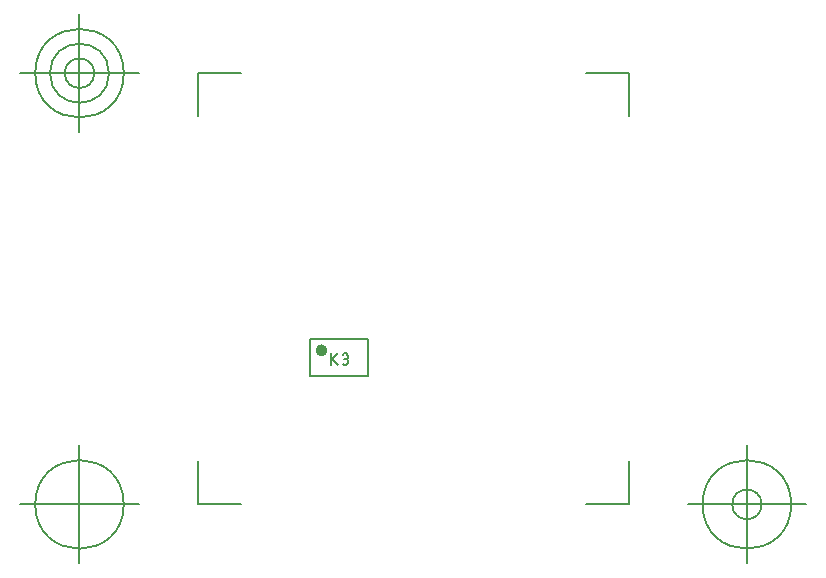
<source format=gbr>
G04 Generated by Ultiboard 14.1 *
%FSLAX34Y34*%
%MOMM*%

%ADD10C,0.0001*%
%ADD11C,0.1556*%
%ADD12C,0.2000*%
%ADD13C,0.5000*%
%ADD14C,0.1270*%


G04 ColorRGB FF14FF for the following layer *
%LNSiebdruck unten*%
%LPD*%
G54D10*
G54D11*
X110216Y125300D02*
X110216Y115300D01*
X110216Y120300D02*
X111211Y120300D01*
X116189Y115300D01*
X111211Y120300D02*
X116189Y125300D01*
X120171Y116300D02*
X121167Y115300D01*
X123158Y115300D01*
X125149Y117300D01*
X125149Y119300D01*
X124153Y120300D01*
X125149Y121300D01*
X125149Y123300D01*
X123158Y125300D01*
X121167Y125300D01*
X120171Y124300D01*
X121167Y120300D02*
X124153Y120300D01*
G54D12*
X141340Y137920D02*
X141340Y105920D01*
X92340Y105920D02*
X92340Y137920D01*
X141340Y137920D01*
X141340Y105920D02*
X92340Y105920D01*
G54D13*
X99840Y127920D02*
G75*
D01*
G02X99840Y127920I2500J0*
G01*
G54D14*
X-2540Y-2540D02*
X-2540Y33968D01*
X-2540Y-2540D02*
X33968Y-2540D01*
X362540Y-2540D02*
X326032Y-2540D01*
X362540Y-2540D02*
X362540Y33968D01*
X362540Y362540D02*
X362540Y326032D01*
X362540Y362540D02*
X326032Y362540D01*
X-2540Y362540D02*
X33968Y362540D01*
X-2540Y362540D02*
X-2540Y326032D01*
X-52540Y-2540D02*
X-152540Y-2540D01*
X-102540Y-52540D02*
X-102540Y47460D01*
X-140040Y-2540D02*
G75*
D01*
G02X-140040Y-2540I37500J0*
G01*
X412540Y-2540D02*
X512540Y-2540D01*
X462540Y-52540D02*
X462540Y47460D01*
X425040Y-2540D02*
G75*
D01*
G02X425040Y-2540I37500J0*
G01*
X450040Y-2540D02*
G75*
D01*
G02X450040Y-2540I12500J0*
G01*
X-52540Y362540D02*
X-152540Y362540D01*
X-102540Y312540D02*
X-102540Y412540D01*
X-140040Y362540D02*
G75*
D01*
G02X-140040Y362540I37500J0*
G01*
X-127540Y362540D02*
G75*
D01*
G02X-127540Y362540I25000J0*
G01*
X-115040Y362540D02*
G75*
D01*
G02X-115040Y362540I12500J0*
G01*

M02*

</source>
